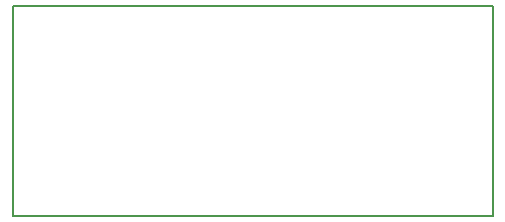
<source format=gko>
G75*
%MOIN*%
%OFA0B0*%
%FSLAX25Y25*%
%IPPOS*%
%LPD*%
%AMOC8*
5,1,8,0,0,1.08239X$1,22.5*
%
%ADD10C,0.00500*%
D10*
X0001250Y0001250D02*
X0161250Y0001250D01*
X0161250Y0071250D01*
X0001250Y0071250D01*
X0001250Y0001250D01*
M02*

</source>
